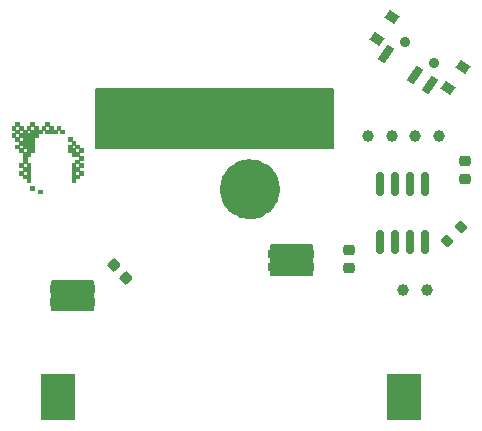
<source format=gbr>
%TF.GenerationSoftware,KiCad,Pcbnew,6.0.2+dfsg-1*%
%TF.CreationDate,2022-10-12T23:29:13+02:00*%
%TF.ProjectId,project_satan,70726f6a-6563-4745-9f73-6174616e2e6b,rev?*%
%TF.SameCoordinates,Original*%
%TF.FileFunction,Soldermask,Bot*%
%TF.FilePolarity,Negative*%
%FSLAX46Y46*%
G04 Gerber Fmt 4.6, Leading zero omitted, Abs format (unit mm)*
G04 Created by KiCad (PCBNEW 6.0.2+dfsg-1) date 2022-10-12 23:29:13*
%MOMM*%
%LPD*%
G01*
G04 APERTURE LIST*
G04 Aperture macros list*
%AMRoundRect*
0 Rectangle with rounded corners*
0 $1 Rounding radius*
0 $2 $3 $4 $5 $6 $7 $8 $9 X,Y pos of 4 corners*
0 Add a 4 corners polygon primitive as box body*
4,1,4,$2,$3,$4,$5,$6,$7,$8,$9,$2,$3,0*
0 Add four circle primitives for the rounded corners*
1,1,$1+$1,$2,$3*
1,1,$1+$1,$4,$5*
1,1,$1+$1,$6,$7*
1,1,$1+$1,$8,$9*
0 Add four rect primitives between the rounded corners*
20,1,$1+$1,$2,$3,$4,$5,0*
20,1,$1+$1,$4,$5,$6,$7,0*
20,1,$1+$1,$6,$7,$8,$9,0*
20,1,$1+$1,$8,$9,$2,$3,0*%
%AMRotRect*
0 Rectangle, with rotation*
0 The origin of the aperture is its center*
0 $1 length*
0 $2 width*
0 $3 Rotation angle, in degrees counterclockwise*
0 Add horizontal line*
21,1,$1,$2,0,0,$3*%
G04 Aperture macros list end*
%ADD10C,0.150000*%
%ADD11C,2.575000*%
%ADD12C,0.010000*%
%ADD13C,1.000000*%
%ADD14RoundRect,0.225000X-0.250000X0.225000X-0.250000X-0.225000X0.250000X-0.225000X0.250000X0.225000X0*%
%ADD15RoundRect,0.035000X0.665000X0.315000X-0.665000X0.315000X-0.665000X-0.315000X0.665000X-0.315000X0*%
%ADD16C,0.900000*%
%ADD17RotRect,1.000000X0.800000X325.000000*%
%ADD18RotRect,0.700000X1.500000X325.000000*%
%ADD19RoundRect,0.150000X0.150000X-0.825000X0.150000X0.825000X-0.150000X0.825000X-0.150000X-0.825000X0*%
%ADD20RoundRect,0.200000X-0.053033X0.335876X-0.335876X0.053033X0.053033X-0.335876X0.335876X-0.053033X0*%
%ADD21RoundRect,0.225000X0.335876X0.017678X0.017678X0.335876X-0.335876X-0.017678X-0.017678X-0.335876X0*%
%ADD22R,3.000000X4.000000*%
G04 APERTURE END LIST*
D10*
X69250000Y-64250000D02*
X72750000Y-64250000D01*
X72750000Y-64250000D02*
X72750000Y-66750000D01*
X72750000Y-66750000D02*
X69250000Y-66750000D01*
X69250000Y-66750000D02*
X69250000Y-64250000D01*
G36*
X69250000Y-64250000D02*
G01*
X72750000Y-64250000D01*
X72750000Y-66750000D01*
X69250000Y-66750000D01*
X69250000Y-64250000D01*
G37*
D11*
X87287500Y-56500000D02*
G75*
G03*
X87287500Y-56500000I-1287500J0D01*
G01*
D10*
X73000000Y-53000000D02*
X93000000Y-53000000D01*
X93000000Y-53000000D02*
X93000000Y-48000000D01*
X93000000Y-48000000D02*
X73000000Y-48000000D01*
X73000000Y-48000000D02*
X73000000Y-53000000D01*
G36*
X73000000Y-53000000D02*
G01*
X93000000Y-53000000D01*
X93000000Y-48000000D01*
X73000000Y-48000000D01*
X73000000Y-53000000D01*
G37*
X87750000Y-61250000D02*
X91250000Y-61250000D01*
X91250000Y-61250000D02*
X91250000Y-63750000D01*
X91250000Y-63750000D02*
X87750000Y-63750000D01*
X87750000Y-63750000D02*
X87750000Y-61250000D01*
G36*
X87750000Y-61250000D02*
G01*
X91250000Y-61250000D01*
X91250000Y-63750000D01*
X87750000Y-63750000D01*
X87750000Y-61250000D01*
G37*
D12*
%TO.C,G\u002A\u002A\u002A*%
X67728000Y-50815500D02*
X67410000Y-50815500D01*
X67410000Y-50815500D02*
X67410000Y-51133500D01*
X67410000Y-51133500D02*
X67728000Y-51133500D01*
X67728000Y-51133500D02*
X67728000Y-50815500D01*
G36*
X67728000Y-50815500D02*
G01*
X67410000Y-50815500D01*
X67410000Y-51133500D01*
X67728000Y-51133500D01*
X67728000Y-50815500D01*
G37*
X67092000Y-55267500D02*
X66774000Y-55267500D01*
X66774000Y-55267500D02*
X66774000Y-55585500D01*
X66774000Y-55585500D02*
X67092000Y-55585500D01*
X67092000Y-55585500D02*
X67092000Y-55267500D01*
G36*
X67092000Y-55267500D02*
G01*
X66774000Y-55267500D01*
X66774000Y-55585500D01*
X67092000Y-55585500D01*
X67092000Y-55267500D01*
G37*
X71544000Y-52723500D02*
X71226000Y-52723500D01*
X71226000Y-52723500D02*
X71226000Y-53041500D01*
X71226000Y-53041500D02*
X71544000Y-53041500D01*
X71544000Y-53041500D02*
X71544000Y-52723500D01*
G36*
X71544000Y-52723500D02*
G01*
X71226000Y-52723500D01*
X71226000Y-53041500D01*
X71544000Y-53041500D01*
X71544000Y-52723500D01*
G37*
X66774000Y-54949500D02*
X66456000Y-54949500D01*
X66456000Y-54949500D02*
X66456000Y-55267500D01*
X66456000Y-55267500D02*
X66774000Y-55267500D01*
X66774000Y-55267500D02*
X66774000Y-54949500D01*
G36*
X66774000Y-54949500D02*
G01*
X66456000Y-54949500D01*
X66456000Y-55267500D01*
X66774000Y-55267500D01*
X66774000Y-54949500D01*
G37*
X66775385Y-52405369D02*
X66457385Y-52405369D01*
X66457385Y-52405369D02*
X66457385Y-52723369D01*
X66457385Y-52723369D02*
X66775385Y-52723369D01*
X66775385Y-52723369D02*
X66775385Y-52405369D01*
G36*
X66775385Y-52405369D02*
G01*
X66457385Y-52405369D01*
X66457385Y-52723369D01*
X66775385Y-52723369D01*
X66775385Y-52405369D01*
G37*
X66774000Y-51133500D02*
X66456000Y-51133500D01*
X66456000Y-51133500D02*
X66456000Y-51451500D01*
X66456000Y-51451500D02*
X66774000Y-51451500D01*
X66774000Y-51451500D02*
X66774000Y-51133500D01*
G36*
X66774000Y-51133500D02*
G01*
X66456000Y-51133500D01*
X66456000Y-51451500D01*
X66774000Y-51451500D01*
X66774000Y-51133500D01*
G37*
X71226000Y-54313500D02*
X70908000Y-54313500D01*
X70908000Y-54313500D02*
X70908000Y-54631500D01*
X70908000Y-54631500D02*
X71226000Y-54631500D01*
X71226000Y-54631500D02*
X71226000Y-54313500D01*
G36*
X71226000Y-54313500D02*
G01*
X70908000Y-54313500D01*
X70908000Y-54631500D01*
X71226000Y-54631500D01*
X71226000Y-54313500D01*
G37*
X67728000Y-51451500D02*
X67410000Y-51451500D01*
X67410000Y-51451500D02*
X67410000Y-51769500D01*
X67410000Y-51769500D02*
X67728000Y-51769500D01*
X67728000Y-51769500D02*
X67728000Y-51451500D01*
G36*
X67728000Y-51451500D02*
G01*
X67410000Y-51451500D01*
X67410000Y-51769500D01*
X67728000Y-51769500D01*
X67728000Y-51451500D01*
G37*
X67092000Y-51769500D02*
X66774000Y-51769500D01*
X66774000Y-51769500D02*
X66774000Y-52087500D01*
X66774000Y-52087500D02*
X67092000Y-52087500D01*
X67092000Y-52087500D02*
X67092000Y-51769500D01*
G36*
X67092000Y-51769500D02*
G01*
X66774000Y-51769500D01*
X66774000Y-52087500D01*
X67092000Y-52087500D01*
X67092000Y-51769500D01*
G37*
X71226000Y-52405500D02*
X70908000Y-52405500D01*
X70908000Y-52405500D02*
X70908000Y-52723500D01*
X70908000Y-52723500D02*
X71226000Y-52723500D01*
X71226000Y-52723500D02*
X71226000Y-52405500D01*
G36*
X71226000Y-52405500D02*
G01*
X70908000Y-52405500D01*
X70908000Y-52723500D01*
X71226000Y-52723500D01*
X71226000Y-52405500D01*
G37*
X66774000Y-51769500D02*
X66456000Y-51769500D01*
X66456000Y-51769500D02*
X66456000Y-52087500D01*
X66456000Y-52087500D02*
X66774000Y-52087500D01*
X66774000Y-52087500D02*
X66774000Y-51769500D01*
G36*
X66774000Y-51769500D02*
G01*
X66456000Y-51769500D01*
X66456000Y-52087500D01*
X66774000Y-52087500D01*
X66774000Y-51769500D01*
G37*
X67092000Y-53359500D02*
X66774000Y-53359500D01*
X66774000Y-53359500D02*
X66774000Y-53677500D01*
X66774000Y-53677500D02*
X67092000Y-53677500D01*
X67092000Y-53677500D02*
X67092000Y-53359500D01*
G36*
X67092000Y-53359500D02*
G01*
X66774000Y-53359500D01*
X66774000Y-53677500D01*
X67092000Y-53677500D01*
X67092000Y-53359500D01*
G37*
X67092000Y-51451500D02*
X66774000Y-51451500D01*
X66774000Y-51451500D02*
X66774000Y-51769500D01*
X66774000Y-51769500D02*
X67092000Y-51769500D01*
X67092000Y-51769500D02*
X67092000Y-51451500D01*
G36*
X67092000Y-51451500D02*
G01*
X66774000Y-51451500D01*
X66774000Y-51769500D01*
X67092000Y-51769500D01*
X67092000Y-51451500D01*
G37*
X67092000Y-52087500D02*
X66774000Y-52087500D01*
X66774000Y-52087500D02*
X66774000Y-52405500D01*
X66774000Y-52405500D02*
X67092000Y-52405500D01*
X67092000Y-52405500D02*
X67092000Y-52087500D01*
G36*
X67092000Y-52087500D02*
G01*
X66774000Y-52087500D01*
X66774000Y-52405500D01*
X67092000Y-52405500D01*
X67092000Y-52087500D01*
G37*
X67728000Y-52723500D02*
X67410000Y-52723500D01*
X67410000Y-52723500D02*
X67410000Y-53041500D01*
X67410000Y-53041500D02*
X67728000Y-53041500D01*
X67728000Y-53041500D02*
X67728000Y-52723500D01*
G36*
X67728000Y-52723500D02*
G01*
X67410000Y-52723500D01*
X67410000Y-53041500D01*
X67728000Y-53041500D01*
X67728000Y-52723500D01*
G37*
X66139385Y-51769500D02*
X65821385Y-51769500D01*
X65821385Y-51769500D02*
X65821385Y-52087500D01*
X65821385Y-52087500D02*
X66139385Y-52087500D01*
X66139385Y-52087500D02*
X66139385Y-51769500D01*
G36*
X66139385Y-51769500D02*
G01*
X65821385Y-51769500D01*
X65821385Y-52087500D01*
X66139385Y-52087500D01*
X66139385Y-51769500D01*
G37*
X67093385Y-52723369D02*
X66775385Y-52723369D01*
X66775385Y-52723369D02*
X66775385Y-53041369D01*
X66775385Y-53041369D02*
X67093385Y-53041369D01*
X67093385Y-53041369D02*
X67093385Y-52723369D01*
G36*
X67093385Y-52723369D02*
G01*
X66775385Y-52723369D01*
X66775385Y-53041369D01*
X67093385Y-53041369D01*
X67093385Y-52723369D01*
G37*
X71862000Y-53041500D02*
X71544000Y-53041500D01*
X71544000Y-53041500D02*
X71544000Y-53359500D01*
X71544000Y-53359500D02*
X71862000Y-53359500D01*
X71862000Y-53359500D02*
X71862000Y-53041500D01*
G36*
X71862000Y-53041500D02*
G01*
X71544000Y-53041500D01*
X71544000Y-53359500D01*
X71862000Y-53359500D01*
X71862000Y-53041500D01*
G37*
X67728000Y-51769500D02*
X67410000Y-51769500D01*
X67410000Y-51769500D02*
X67410000Y-52087500D01*
X67410000Y-52087500D02*
X67728000Y-52087500D01*
X67728000Y-52087500D02*
X67728000Y-51769500D01*
G36*
X67728000Y-51769500D02*
G01*
X67410000Y-51769500D01*
X67410000Y-52087500D01*
X67728000Y-52087500D01*
X67728000Y-51769500D01*
G37*
X67092000Y-53677500D02*
X66774000Y-53677500D01*
X66774000Y-53677500D02*
X66774000Y-53995500D01*
X66774000Y-53995500D02*
X67092000Y-53995500D01*
X67092000Y-53995500D02*
X67092000Y-53677500D01*
G36*
X67092000Y-53677500D02*
G01*
X66774000Y-53677500D01*
X66774000Y-53995500D01*
X67092000Y-53995500D01*
X67092000Y-53677500D01*
G37*
X71862000Y-54313500D02*
X71544000Y-54313500D01*
X71544000Y-54313500D02*
X71544000Y-54631500D01*
X71544000Y-54631500D02*
X71862000Y-54631500D01*
X71862000Y-54631500D02*
X71862000Y-54313500D01*
G36*
X71862000Y-54313500D02*
G01*
X71544000Y-54313500D01*
X71544000Y-54631500D01*
X71862000Y-54631500D01*
X71862000Y-54313500D01*
G37*
X71544000Y-55267500D02*
X71226000Y-55267500D01*
X71226000Y-55267500D02*
X71226000Y-55585500D01*
X71226000Y-55585500D02*
X71544000Y-55585500D01*
X71544000Y-55585500D02*
X71544000Y-55267500D01*
G36*
X71544000Y-55267500D02*
G01*
X71226000Y-55267500D01*
X71226000Y-55585500D01*
X71544000Y-55585500D01*
X71544000Y-55267500D01*
G37*
X68046000Y-51769500D02*
X67728000Y-51769500D01*
X67728000Y-51769500D02*
X67728000Y-52087500D01*
X67728000Y-52087500D02*
X68046000Y-52087500D01*
X68046000Y-52087500D02*
X68046000Y-51769500D01*
G36*
X68046000Y-51769500D02*
G01*
X67728000Y-51769500D01*
X67728000Y-52087500D01*
X68046000Y-52087500D01*
X68046000Y-51769500D01*
G37*
X71226000Y-53041500D02*
X70908000Y-53041500D01*
X70908000Y-53041500D02*
X70908000Y-53359500D01*
X70908000Y-53359500D02*
X71226000Y-53359500D01*
X71226000Y-53359500D02*
X71226000Y-53041500D01*
G36*
X71226000Y-53041500D02*
G01*
X70908000Y-53041500D01*
X70908000Y-53359500D01*
X71226000Y-53359500D01*
X71226000Y-53041500D01*
G37*
X70908000Y-53041500D02*
X70590000Y-53041500D01*
X70590000Y-53041500D02*
X70590000Y-53359500D01*
X70590000Y-53359500D02*
X70908000Y-53359500D01*
X70908000Y-53359500D02*
X70908000Y-53041500D01*
G36*
X70908000Y-53041500D02*
G01*
X70590000Y-53041500D01*
X70590000Y-53359500D01*
X70908000Y-53359500D01*
X70908000Y-53041500D01*
G37*
X66456000Y-52723500D02*
X66138000Y-52723500D01*
X66138000Y-52723500D02*
X66138000Y-53041500D01*
X66138000Y-53041500D02*
X66456000Y-53041500D01*
X66456000Y-53041500D02*
X66456000Y-52723500D01*
G36*
X66456000Y-52723500D02*
G01*
X66138000Y-52723500D01*
X66138000Y-53041500D01*
X66456000Y-53041500D01*
X66456000Y-52723500D01*
G37*
X71862000Y-54949500D02*
X71544000Y-54949500D01*
X71544000Y-54949500D02*
X71544000Y-55267500D01*
X71544000Y-55267500D02*
X71862000Y-55267500D01*
X71862000Y-55267500D02*
X71862000Y-54949500D01*
G36*
X71862000Y-54949500D02*
G01*
X71544000Y-54949500D01*
X71544000Y-55267500D01*
X71862000Y-55267500D01*
X71862000Y-54949500D01*
G37*
X71544000Y-53359500D02*
X71226000Y-53359500D01*
X71226000Y-53359500D02*
X71226000Y-53677500D01*
X71226000Y-53677500D02*
X71544000Y-53677500D01*
X71544000Y-53677500D02*
X71544000Y-53359500D01*
G36*
X71544000Y-53359500D02*
G01*
X71226000Y-53359500D01*
X71226000Y-53677500D01*
X71544000Y-53677500D01*
X71544000Y-53359500D01*
G37*
X66457385Y-52087369D02*
X66139385Y-52087369D01*
X66139385Y-52087369D02*
X66139385Y-52405369D01*
X66139385Y-52405369D02*
X66457385Y-52405369D01*
X66457385Y-52405369D02*
X66457385Y-52087369D01*
G36*
X66457385Y-52087369D02*
G01*
X66139385Y-52087369D01*
X66139385Y-52405369D01*
X66457385Y-52405369D01*
X66457385Y-52087369D01*
G37*
X66774000Y-54313500D02*
X66456000Y-54313500D01*
X66456000Y-54313500D02*
X66456000Y-54631500D01*
X66456000Y-54631500D02*
X66774000Y-54631500D01*
X66774000Y-54631500D02*
X66774000Y-54313500D01*
G36*
X66774000Y-54313500D02*
G01*
X66456000Y-54313500D01*
X66456000Y-54631500D01*
X66774000Y-54631500D01*
X66774000Y-54313500D01*
G37*
X69000000Y-50815500D02*
X68682000Y-50815500D01*
X68682000Y-50815500D02*
X68682000Y-51133500D01*
X68682000Y-51133500D02*
X69000000Y-51133500D01*
X69000000Y-51133500D02*
X69000000Y-50815500D01*
G36*
X69000000Y-50815500D02*
G01*
X68682000Y-50815500D01*
X68682000Y-51133500D01*
X69000000Y-51133500D01*
X69000000Y-50815500D01*
G37*
X71862000Y-53677500D02*
X71544000Y-53677500D01*
X71544000Y-53677500D02*
X71544000Y-53995500D01*
X71544000Y-53995500D02*
X71862000Y-53995500D01*
X71862000Y-53995500D02*
X71862000Y-53677500D01*
G36*
X71862000Y-53677500D02*
G01*
X71544000Y-53677500D01*
X71544000Y-53995500D01*
X71862000Y-53995500D01*
X71862000Y-53677500D01*
G37*
X71226000Y-53359500D02*
X70908000Y-53359500D01*
X70908000Y-53359500D02*
X70908000Y-53677500D01*
X70908000Y-53677500D02*
X71226000Y-53677500D01*
X71226000Y-53677500D02*
X71226000Y-53359500D01*
G36*
X71226000Y-53359500D02*
G01*
X70908000Y-53359500D01*
X70908000Y-53677500D01*
X71226000Y-53677500D01*
X71226000Y-53359500D01*
G37*
X67728000Y-56221500D02*
X67410000Y-56221500D01*
X67410000Y-56221500D02*
X67410000Y-56539500D01*
X67410000Y-56539500D02*
X67728000Y-56539500D01*
X67728000Y-56539500D02*
X67728000Y-56221500D01*
G36*
X67728000Y-56221500D02*
G01*
X67410000Y-56221500D01*
X67410000Y-56539500D01*
X67728000Y-56539500D01*
X67728000Y-56221500D01*
G37*
X67410000Y-52723500D02*
X67092000Y-52723500D01*
X67092000Y-52723500D02*
X67092000Y-53041500D01*
X67092000Y-53041500D02*
X67410000Y-53041500D01*
X67410000Y-53041500D02*
X67410000Y-52723500D01*
G36*
X67410000Y-52723500D02*
G01*
X67092000Y-52723500D01*
X67092000Y-53041500D01*
X67410000Y-53041500D01*
X67410000Y-52723500D01*
G37*
X70272000Y-51451500D02*
X69954000Y-51451500D01*
X69954000Y-51451500D02*
X69954000Y-51769500D01*
X69954000Y-51769500D02*
X70272000Y-51769500D01*
X70272000Y-51769500D02*
X70272000Y-51451500D01*
G36*
X70272000Y-51451500D02*
G01*
X69954000Y-51451500D01*
X69954000Y-51769500D01*
X70272000Y-51769500D01*
X70272000Y-51451500D01*
G37*
X67410000Y-52087500D02*
X67092000Y-52087500D01*
X67092000Y-52087500D02*
X67092000Y-52405500D01*
X67092000Y-52405500D02*
X67410000Y-52405500D01*
X67410000Y-52405500D02*
X67410000Y-52087500D01*
G36*
X67410000Y-52087500D02*
G01*
X67092000Y-52087500D01*
X67092000Y-52405500D01*
X67410000Y-52405500D01*
X67410000Y-52087500D01*
G37*
X67728000Y-52405500D02*
X67410000Y-52405500D01*
X67410000Y-52405500D02*
X67410000Y-52723500D01*
X67410000Y-52723500D02*
X67728000Y-52723500D01*
X67728000Y-52723500D02*
X67728000Y-52405500D01*
G36*
X67728000Y-52405500D02*
G01*
X67410000Y-52405500D01*
X67410000Y-52723500D01*
X67728000Y-52723500D01*
X67728000Y-52405500D01*
G37*
X71226000Y-55585500D02*
X70908000Y-55585500D01*
X70908000Y-55585500D02*
X70908000Y-55903500D01*
X70908000Y-55903500D02*
X71226000Y-55903500D01*
X71226000Y-55903500D02*
X71226000Y-55585500D01*
G36*
X71226000Y-55585500D02*
G01*
X70908000Y-55585500D01*
X70908000Y-55903500D01*
X71226000Y-55903500D01*
X71226000Y-55585500D01*
G37*
X67410000Y-54631500D02*
X67092000Y-54631500D01*
X67092000Y-54631500D02*
X67092000Y-54949500D01*
X67092000Y-54949500D02*
X67410000Y-54949500D01*
X67410000Y-54949500D02*
X67410000Y-54631500D01*
G36*
X67410000Y-54631500D02*
G01*
X67092000Y-54631500D01*
X67092000Y-54949500D01*
X67410000Y-54949500D01*
X67410000Y-54631500D01*
G37*
X66774000Y-53041500D02*
X66456000Y-53041500D01*
X66456000Y-53041500D02*
X66456000Y-53359500D01*
X66456000Y-53359500D02*
X66774000Y-53359500D01*
X66774000Y-53359500D02*
X66774000Y-53041500D01*
G36*
X66774000Y-53041500D02*
G01*
X66456000Y-53041500D01*
X66456000Y-53359500D01*
X66774000Y-53359500D01*
X66774000Y-53041500D01*
G37*
X71544000Y-54631500D02*
X71226000Y-54631500D01*
X71226000Y-54631500D02*
X71226000Y-54949500D01*
X71226000Y-54949500D02*
X71544000Y-54949500D01*
X71544000Y-54949500D02*
X71544000Y-54631500D01*
G36*
X71544000Y-54631500D02*
G01*
X71226000Y-54631500D01*
X71226000Y-54949500D01*
X71544000Y-54949500D01*
X71544000Y-54631500D01*
G37*
X71226000Y-55267500D02*
X70908000Y-55267500D01*
X70908000Y-55267500D02*
X70908000Y-55585500D01*
X70908000Y-55585500D02*
X71226000Y-55585500D01*
X71226000Y-55585500D02*
X71226000Y-55267500D01*
G36*
X71226000Y-55267500D02*
G01*
X70908000Y-55267500D01*
X70908000Y-55585500D01*
X71226000Y-55585500D01*
X71226000Y-55267500D01*
G37*
X67410000Y-51769500D02*
X67092000Y-51769500D01*
X67092000Y-51769500D02*
X67092000Y-52087500D01*
X67092000Y-52087500D02*
X67410000Y-52087500D01*
X67410000Y-52087500D02*
X67410000Y-51769500D01*
G36*
X67410000Y-51769500D02*
G01*
X67092000Y-51769500D01*
X67092000Y-52087500D01*
X67410000Y-52087500D01*
X67410000Y-51769500D01*
G37*
X68046000Y-51451500D02*
X67728000Y-51451500D01*
X67728000Y-51451500D02*
X67728000Y-51769500D01*
X67728000Y-51769500D02*
X68046000Y-51769500D01*
X68046000Y-51769500D02*
X68046000Y-51451500D01*
G36*
X68046000Y-51451500D02*
G01*
X67728000Y-51451500D01*
X67728000Y-51769500D01*
X68046000Y-51769500D01*
X68046000Y-51451500D01*
G37*
X67410000Y-51133500D02*
X67092000Y-51133500D01*
X67092000Y-51133500D02*
X67092000Y-51451500D01*
X67092000Y-51451500D02*
X67410000Y-51451500D01*
X67410000Y-51451500D02*
X67410000Y-51133500D01*
G36*
X67410000Y-51133500D02*
G01*
X67092000Y-51133500D01*
X67092000Y-51451500D01*
X67410000Y-51451500D01*
X67410000Y-51133500D01*
G37*
X71226000Y-54631500D02*
X70908000Y-54631500D01*
X70908000Y-54631500D02*
X70908000Y-54949500D01*
X70908000Y-54949500D02*
X71226000Y-54949500D01*
X71226000Y-54949500D02*
X71226000Y-54631500D01*
G36*
X71226000Y-54631500D02*
G01*
X70908000Y-54631500D01*
X70908000Y-54949500D01*
X71226000Y-54949500D01*
X71226000Y-54631500D01*
G37*
X67410000Y-54949500D02*
X67092000Y-54949500D01*
X67092000Y-54949500D02*
X67092000Y-55267500D01*
X67092000Y-55267500D02*
X67410000Y-55267500D01*
X67410000Y-55267500D02*
X67410000Y-54949500D01*
G36*
X67410000Y-54949500D02*
G01*
X67092000Y-54949500D01*
X67092000Y-55267500D01*
X67410000Y-55267500D01*
X67410000Y-54949500D01*
G37*
X67410000Y-54313500D02*
X67092000Y-54313500D01*
X67092000Y-54313500D02*
X67092000Y-54631500D01*
X67092000Y-54631500D02*
X67410000Y-54631500D01*
X67410000Y-54631500D02*
X67410000Y-54313500D01*
G36*
X67410000Y-54313500D02*
G01*
X67092000Y-54313500D01*
X67092000Y-54631500D01*
X67410000Y-54631500D01*
X67410000Y-54313500D01*
G37*
X67410000Y-55267500D02*
X67092000Y-55267500D01*
X67092000Y-55267500D02*
X67092000Y-55585500D01*
X67092000Y-55585500D02*
X67410000Y-55585500D01*
X67410000Y-55585500D02*
X67410000Y-55267500D01*
G36*
X67410000Y-55267500D02*
G01*
X67092000Y-55267500D01*
X67092000Y-55585500D01*
X67410000Y-55585500D01*
X67410000Y-55267500D01*
G37*
X69636000Y-51451500D02*
X69318000Y-51451500D01*
X69318000Y-51451500D02*
X69318000Y-51769500D01*
X69318000Y-51769500D02*
X69636000Y-51769500D01*
X69636000Y-51769500D02*
X69636000Y-51451500D01*
G36*
X69636000Y-51451500D02*
G01*
X69318000Y-51451500D01*
X69318000Y-51769500D01*
X69636000Y-51769500D01*
X69636000Y-51451500D01*
G37*
X71226000Y-54949500D02*
X70908000Y-54949500D01*
X70908000Y-54949500D02*
X70908000Y-55267500D01*
X70908000Y-55267500D02*
X71226000Y-55267500D01*
X71226000Y-55267500D02*
X71226000Y-54949500D01*
G36*
X71226000Y-54949500D02*
G01*
X70908000Y-54949500D01*
X70908000Y-55267500D01*
X71226000Y-55267500D01*
X71226000Y-54949500D01*
G37*
X71544000Y-53995500D02*
X71226000Y-53995500D01*
X71226000Y-53995500D02*
X71226000Y-54313500D01*
X71226000Y-54313500D02*
X71544000Y-54313500D01*
X71544000Y-54313500D02*
X71544000Y-53995500D01*
G36*
X71544000Y-53995500D02*
G01*
X71226000Y-53995500D01*
X71226000Y-54313500D01*
X71544000Y-54313500D01*
X71544000Y-53995500D01*
G37*
X67092000Y-53995500D02*
X66774000Y-53995500D01*
X66774000Y-53995500D02*
X66774000Y-54313500D01*
X66774000Y-54313500D02*
X67092000Y-54313500D01*
X67092000Y-54313500D02*
X67092000Y-53995500D01*
G36*
X67092000Y-53995500D02*
G01*
X66774000Y-53995500D01*
X66774000Y-54313500D01*
X67092000Y-54313500D01*
X67092000Y-53995500D01*
G37*
X67411385Y-53359369D02*
X67093385Y-53359369D01*
X67093385Y-53359369D02*
X67093385Y-53677369D01*
X67093385Y-53677369D02*
X67411385Y-53677369D01*
X67411385Y-53677369D02*
X67411385Y-53359369D01*
G36*
X67411385Y-53359369D02*
G01*
X67093385Y-53359369D01*
X67093385Y-53677369D01*
X67411385Y-53677369D01*
X67411385Y-53359369D01*
G37*
X68364000Y-51451500D02*
X68046000Y-51451500D01*
X68046000Y-51451500D02*
X68046000Y-51769500D01*
X68046000Y-51769500D02*
X68364000Y-51769500D01*
X68364000Y-51769500D02*
X68364000Y-51451500D01*
G36*
X68364000Y-51451500D02*
G01*
X68046000Y-51451500D01*
X68046000Y-51769500D01*
X68364000Y-51769500D01*
X68364000Y-51451500D01*
G37*
X67092000Y-54631500D02*
X66774000Y-54631500D01*
X66774000Y-54631500D02*
X66774000Y-54949500D01*
X66774000Y-54949500D02*
X67092000Y-54949500D01*
X67092000Y-54949500D02*
X67092000Y-54631500D01*
G36*
X67092000Y-54631500D02*
G01*
X66774000Y-54631500D01*
X66774000Y-54949500D01*
X67092000Y-54949500D01*
X67092000Y-54631500D01*
G37*
X66456000Y-51451500D02*
X66138000Y-51451500D01*
X66138000Y-51451500D02*
X66138000Y-51769500D01*
X66138000Y-51769500D02*
X66456000Y-51769500D01*
X66456000Y-51769500D02*
X66456000Y-51451500D01*
G36*
X66456000Y-51451500D02*
G01*
X66138000Y-51451500D01*
X66138000Y-51769500D01*
X66456000Y-51769500D01*
X66456000Y-51451500D01*
G37*
X70908000Y-52723500D02*
X70590000Y-52723500D01*
X70590000Y-52723500D02*
X70590000Y-53041500D01*
X70590000Y-53041500D02*
X70908000Y-53041500D01*
X70908000Y-53041500D02*
X70908000Y-52723500D01*
G36*
X70908000Y-52723500D02*
G01*
X70590000Y-52723500D01*
X70590000Y-53041500D01*
X70908000Y-53041500D01*
X70908000Y-52723500D01*
G37*
X70908000Y-52087500D02*
X70590000Y-52087500D01*
X70590000Y-52087500D02*
X70590000Y-52405500D01*
X70590000Y-52405500D02*
X70908000Y-52405500D01*
X70908000Y-52405500D02*
X70908000Y-52087500D01*
G36*
X70908000Y-52087500D02*
G01*
X70590000Y-52087500D01*
X70590000Y-52405500D01*
X70908000Y-52405500D01*
X70908000Y-52087500D01*
G37*
X68046000Y-51133500D02*
X67728000Y-51133500D01*
X67728000Y-51133500D02*
X67728000Y-51451500D01*
X67728000Y-51451500D02*
X68046000Y-51451500D01*
X68046000Y-51451500D02*
X68046000Y-51133500D01*
G36*
X68046000Y-51133500D02*
G01*
X67728000Y-51133500D01*
X67728000Y-51451500D01*
X68046000Y-51451500D01*
X68046000Y-51133500D01*
G37*
X67410000Y-52405500D02*
X67092000Y-52405500D01*
X67092000Y-52405500D02*
X67092000Y-52723500D01*
X67092000Y-52723500D02*
X67410000Y-52723500D01*
X67410000Y-52723500D02*
X67410000Y-52405500D01*
G36*
X67410000Y-52405500D02*
G01*
X67092000Y-52405500D01*
X67092000Y-52723500D01*
X67410000Y-52723500D01*
X67410000Y-52405500D01*
G37*
X69954000Y-51133500D02*
X69636000Y-51133500D01*
X69636000Y-51133500D02*
X69636000Y-51451500D01*
X69636000Y-51451500D02*
X69954000Y-51451500D01*
X69954000Y-51451500D02*
X69954000Y-51133500D01*
G36*
X69954000Y-51133500D02*
G01*
X69636000Y-51133500D01*
X69636000Y-51451500D01*
X69954000Y-51451500D01*
X69954000Y-51133500D01*
G37*
X69318000Y-51451500D02*
X69000000Y-51451500D01*
X69000000Y-51451500D02*
X69000000Y-51769500D01*
X69000000Y-51769500D02*
X69318000Y-51769500D01*
X69318000Y-51769500D02*
X69318000Y-51451500D01*
G36*
X69318000Y-51451500D02*
G01*
X69000000Y-51451500D01*
X69000000Y-51769500D01*
X69318000Y-51769500D01*
X69318000Y-51451500D01*
G37*
X67092000Y-52405500D02*
X66774000Y-52405500D01*
X66774000Y-52405500D02*
X66774000Y-52723500D01*
X66774000Y-52723500D02*
X67092000Y-52723500D01*
X67092000Y-52723500D02*
X67092000Y-52405500D01*
G36*
X67092000Y-52405500D02*
G01*
X66774000Y-52405500D01*
X66774000Y-52723500D01*
X67092000Y-52723500D01*
X67092000Y-52405500D01*
G37*
X69000000Y-51451500D02*
X68682000Y-51451500D01*
X68682000Y-51451500D02*
X68682000Y-51769500D01*
X68682000Y-51769500D02*
X69000000Y-51769500D01*
X69000000Y-51769500D02*
X69000000Y-51451500D01*
G36*
X69000000Y-51451500D02*
G01*
X68682000Y-51451500D01*
X68682000Y-51769500D01*
X69000000Y-51769500D01*
X69000000Y-51451500D01*
G37*
X68682000Y-51133500D02*
X68364000Y-51133500D01*
X68364000Y-51133500D02*
X68364000Y-51451500D01*
X68364000Y-51451500D02*
X68682000Y-51451500D01*
X68682000Y-51451500D02*
X68682000Y-51133500D01*
G36*
X68682000Y-51133500D02*
G01*
X68364000Y-51133500D01*
X68364000Y-51451500D01*
X68682000Y-51451500D01*
X68682000Y-51133500D01*
G37*
X66138000Y-51133500D02*
X65820000Y-51133500D01*
X65820000Y-51133500D02*
X65820000Y-51451500D01*
X65820000Y-51451500D02*
X66138000Y-51451500D01*
X66138000Y-51451500D02*
X66138000Y-51133500D01*
G36*
X66138000Y-51133500D02*
G01*
X65820000Y-51133500D01*
X65820000Y-51451500D01*
X66138000Y-51451500D01*
X66138000Y-51133500D01*
G37*
X68364000Y-56539500D02*
X68046000Y-56539500D01*
X68046000Y-56539500D02*
X68046000Y-56857500D01*
X68046000Y-56857500D02*
X68364000Y-56857500D01*
X68364000Y-56857500D02*
X68364000Y-56539500D01*
G36*
X68364000Y-56539500D02*
G01*
X68046000Y-56539500D01*
X68046000Y-56857500D01*
X68364000Y-56857500D01*
X68364000Y-56539500D01*
G37*
X69318000Y-51133500D02*
X69000000Y-51133500D01*
X69000000Y-51133500D02*
X69000000Y-51451500D01*
X69000000Y-51451500D02*
X69318000Y-51451500D01*
X69318000Y-51451500D02*
X69318000Y-51133500D01*
G36*
X69318000Y-51133500D02*
G01*
X69000000Y-51133500D01*
X69000000Y-51451500D01*
X69318000Y-51451500D01*
X69318000Y-51133500D01*
G37*
X66456000Y-50815500D02*
X66138000Y-50815500D01*
X66138000Y-50815500D02*
X66138000Y-51133500D01*
X66138000Y-51133500D02*
X66456000Y-51133500D01*
X66456000Y-51133500D02*
X66456000Y-50815500D01*
G36*
X66456000Y-50815500D02*
G01*
X66138000Y-50815500D01*
X66138000Y-51133500D01*
X66456000Y-51133500D01*
X66456000Y-50815500D01*
G37*
X67728000Y-52087500D02*
X67410000Y-52087500D01*
X67410000Y-52087500D02*
X67410000Y-52405500D01*
X67410000Y-52405500D02*
X67728000Y-52405500D01*
X67728000Y-52405500D02*
X67728000Y-52087500D01*
G36*
X67728000Y-52087500D02*
G01*
X67410000Y-52087500D01*
X67410000Y-52405500D01*
X67728000Y-52405500D01*
X67728000Y-52087500D01*
G37*
X67410000Y-55585500D02*
X67092000Y-55585500D01*
X67092000Y-55585500D02*
X67092000Y-55903500D01*
X67092000Y-55903500D02*
X67410000Y-55903500D01*
X67410000Y-55903500D02*
X67410000Y-55585500D01*
G36*
X67410000Y-55585500D02*
G01*
X67092000Y-55585500D01*
X67092000Y-55903500D01*
X67410000Y-55903500D01*
X67410000Y-55585500D01*
G37*
X67728000Y-53041500D02*
X67410000Y-53041500D01*
X67410000Y-53041500D02*
X67410000Y-53359500D01*
X67410000Y-53359500D02*
X67728000Y-53359500D01*
X67728000Y-53359500D02*
X67728000Y-53041500D01*
G36*
X67728000Y-53041500D02*
G01*
X67410000Y-53041500D01*
X67410000Y-53359500D01*
X67728000Y-53359500D01*
X67728000Y-53041500D01*
G37*
X67411385Y-53041369D02*
X67093385Y-53041369D01*
X67093385Y-53041369D02*
X67093385Y-53359369D01*
X67093385Y-53359369D02*
X67411385Y-53359369D01*
X67411385Y-53359369D02*
X67411385Y-53041369D01*
G36*
X67411385Y-53041369D02*
G01*
X67093385Y-53041369D01*
X67093385Y-53359369D01*
X67411385Y-53359369D01*
X67411385Y-53041369D01*
G37*
%TD*%
D13*
%TO.C,TP2*%
X98000000Y-52000000D03*
%TD*%
D14*
%TO.C,C1*%
X104225000Y-54100000D03*
X104225000Y-55650000D03*
%TD*%
D15*
%TO.C,D2*%
X69750000Y-64950000D03*
X69750000Y-66050000D03*
X72250000Y-66050000D03*
X72250000Y-64950000D03*
%TD*%
%TO.C,D1*%
X88250000Y-61950000D03*
X88250000Y-63050000D03*
X90750000Y-63050000D03*
X90750000Y-61950000D03*
%TD*%
D13*
%TO.C,TP3*%
X100000000Y-52000000D03*
%TD*%
D14*
%TO.C,C2*%
X94375000Y-61625000D03*
X94375000Y-63175000D03*
%TD*%
D13*
%TO.C,TP6*%
X99000000Y-65000000D03*
%TD*%
D16*
%TO.C,SW1*%
X99160552Y-44069315D03*
X101618008Y-45790044D03*
D17*
X104010119Y-46122167D03*
X96762705Y-43745385D03*
X98030309Y-41935059D03*
X102742515Y-47932493D03*
D18*
X97536694Y-45080840D03*
X99994150Y-46801570D03*
X101222878Y-47661934D03*
%TD*%
D13*
%TO.C,TP1*%
X96000000Y-52000000D03*
%TD*%
%TO.C,TP5*%
X102000000Y-52000000D03*
%TD*%
D19*
%TO.C,U1*%
X100855000Y-60975000D03*
X99585000Y-60975000D03*
X98315000Y-60975000D03*
X97045000Y-60975000D03*
X97045000Y-56025000D03*
X98315000Y-56025000D03*
X99585000Y-56025000D03*
X100855000Y-56025000D03*
%TD*%
D20*
%TO.C,R1*%
X103883363Y-59716637D03*
X102716637Y-60883363D03*
%TD*%
D21*
%TO.C,C4*%
X75548008Y-64048008D03*
X74451992Y-62951992D03*
%TD*%
D22*
%TO.C,BT1*%
X99080000Y-74100000D03*
X69720000Y-74100000D03*
%TD*%
D13*
%TO.C,TP4*%
X101000000Y-65000000D03*
%TD*%
M02*

</source>
